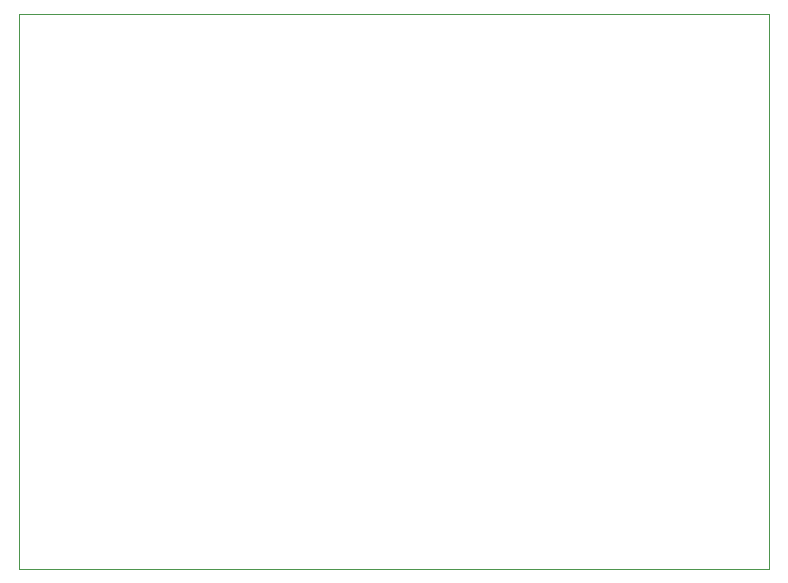
<source format=gbr>
%TF.GenerationSoftware,KiCad,Pcbnew,5.99.0+really5.1.10+dfsg1-1*%
%TF.CreationDate,2022-04-25T00:01:12+02:00*%
%TF.ProjectId,mini_accessory,6d696e69-5f61-4636-9365-73736f72792e,rev?*%
%TF.SameCoordinates,Original*%
%TF.FileFunction,Profile,NP*%
%FSLAX46Y46*%
G04 Gerber Fmt 4.6, Leading zero omitted, Abs format (unit mm)*
G04 Created by KiCad (PCBNEW 5.99.0+really5.1.10+dfsg1-1) date 2022-04-25 00:01:12*
%MOMM*%
%LPD*%
G01*
G04 APERTURE LIST*
%TA.AperFunction,Profile*%
%ADD10C,0.050000*%
%TD*%
G04 APERTURE END LIST*
D10*
X140970000Y-101600000D02*
X139700000Y-101600000D01*
X140970000Y-54610000D02*
X140970000Y-101600000D01*
X139700000Y-54610000D02*
X140970000Y-54610000D01*
X77470000Y-101600000D02*
X139700000Y-101600000D01*
X77470000Y-87630000D02*
X77470000Y-101600000D01*
X77470000Y-54610000D02*
X77470000Y-87630000D01*
X139700000Y-54610000D02*
X77470000Y-54610000D01*
M02*

</source>
